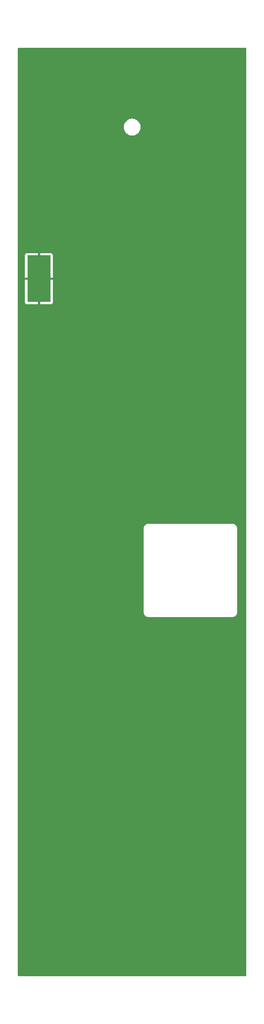
<source format=gbl>
%TF.GenerationSoftware,KiCad,Pcbnew,8.0.5*%
%TF.CreationDate,2024-12-04T18:31:37+01:00*%
%TF.ProjectId,DMH_S_H_Noise_PANEL,444d485f-535f-4485-9f4e-6f6973655f50,rev?*%
%TF.SameCoordinates,Original*%
%TF.FileFunction,Copper,L2,Bot*%
%TF.FilePolarity,Positive*%
%FSLAX46Y46*%
G04 Gerber Fmt 4.6, Leading zero omitted, Abs format (unit mm)*
G04 Created by KiCad (PCBNEW 8.0.5) date 2024-12-04 18:31:37*
%MOMM*%
%LPD*%
G01*
G04 APERTURE LIST*
%TA.AperFunction,ConnectorPad*%
%ADD10C,12.000000*%
%TD*%
%TA.AperFunction,ComponentPad*%
%ADD11O,2.500000X1.500000*%
%TD*%
%TA.AperFunction,ComponentPad*%
%ADD12C,0.500000*%
%TD*%
%TA.AperFunction,ComponentPad*%
%ADD13C,4.000000*%
%TD*%
%TA.AperFunction,ComponentPad*%
%ADD14C,2.900000*%
%TD*%
%TA.AperFunction,ComponentPad*%
%ADD15C,13.000000*%
%TD*%
%TA.AperFunction,SMDPad,CuDef*%
%ADD16R,5.000000X10.000000*%
%TD*%
G04 APERTURE END LIST*
D10*
%TO.P,H7,1,1*%
%TO.N,GND*%
X87500000Y-108250000D03*
D11*
X87500000Y-114250000D03*
%TD*%
D10*
%TO.P,H6,1,1*%
%TO.N,GND*%
X62500000Y-108250000D03*
D11*
X62500000Y-114250000D03*
%TD*%
D10*
%TO.P,H5,1,1*%
%TO.N,GND*%
X75000000Y-71000000D03*
D11*
X75000000Y-77000000D03*
%TD*%
D12*
%TO.P,H10,1,1*%
%TO.N,GND*%
X52800000Y-190250000D03*
X54460000Y-186220000D03*
X54470000Y-194290000D03*
X58500000Y-184550000D03*
D10*
X58500000Y-190250000D03*
D12*
X58500000Y-195950000D03*
X62530000Y-194290000D03*
X62540000Y-186220000D03*
X64200000Y-190250000D03*
%TD*%
D13*
%TO.P,H3,1,1*%
%TO.N,GND*%
X53500000Y-226500000D03*
%TD*%
D12*
%TO.P,H19,1,1*%
%TO.N,GND*%
X69300000Y-190250000D03*
X70960000Y-186220000D03*
X70970000Y-194290000D03*
X75000000Y-184550000D03*
D10*
X75000000Y-190250000D03*
D12*
X75000000Y-195950000D03*
X79030000Y-194290000D03*
X79040000Y-186220000D03*
X80700000Y-190250000D03*
%TD*%
%TO.P,H12,1,1*%
%TO.N,GND*%
X85800000Y-190250000D03*
X87460000Y-186220000D03*
X87470000Y-194290000D03*
X91500000Y-184550000D03*
D10*
X91500000Y-190250000D03*
D12*
X91500000Y-195950000D03*
X95530000Y-194290000D03*
X95540000Y-186220000D03*
X97200000Y-190250000D03*
%TD*%
%TO.P,H8,1,1*%
%TO.N,GND*%
X52800000Y-171750000D03*
X54460000Y-167720000D03*
X54470000Y-175790000D03*
X58500000Y-166050000D03*
D10*
X58500000Y-171750000D03*
D12*
X58500000Y-177450000D03*
X62530000Y-175790000D03*
X62540000Y-167720000D03*
X64200000Y-171750000D03*
%TD*%
D14*
%TO.P,H18,1,1*%
%TO.N,GND*%
X62500000Y-136100000D03*
D15*
X62500000Y-142500000D03*
%TD*%
D12*
%TO.P,H14,1,1*%
%TO.N,GND*%
X52800000Y-208750000D03*
X54460000Y-204720000D03*
X54470000Y-212790000D03*
X58500000Y-203050000D03*
D10*
X58500000Y-208750000D03*
D12*
X58500000Y-214450000D03*
X62530000Y-212790000D03*
X62540000Y-204720000D03*
X64200000Y-208750000D03*
%TD*%
D13*
%TO.P,H2,1,1*%
%TO.N,GND*%
X96500000Y-33500000D03*
%TD*%
%TO.P,H4,1,1*%
%TO.N,GND*%
X96500000Y-226500000D03*
%TD*%
D12*
%TO.P,H13,1,1*%
%TO.N,GND*%
X69300000Y-208750000D03*
X70960000Y-204720000D03*
X70970000Y-212790000D03*
X75000000Y-203050000D03*
D10*
X75000000Y-208750000D03*
D12*
X75000000Y-214450000D03*
X79030000Y-212790000D03*
X79040000Y-204720000D03*
X80700000Y-208750000D03*
%TD*%
D13*
%TO.P,H1,1,1*%
%TO.N,GND*%
X53500000Y-33500000D03*
%TD*%
D12*
%TO.P,H15,1,1*%
%TO.N,GND*%
X85800000Y-208750000D03*
X87460000Y-204720000D03*
X87470000Y-212790000D03*
X91500000Y-203050000D03*
D10*
X91500000Y-208750000D03*
D12*
X91500000Y-214450000D03*
X95530000Y-212790000D03*
X95540000Y-204720000D03*
X97200000Y-208750000D03*
%TD*%
%TO.P,H9,1,1*%
%TO.N,GND*%
X69300000Y-171750000D03*
X70960000Y-167720000D03*
X70970000Y-175790000D03*
X75000000Y-166050000D03*
D10*
X75000000Y-171750000D03*
D12*
X75000000Y-177450000D03*
X79030000Y-175790000D03*
X79040000Y-167720000D03*
X80700000Y-171750000D03*
%TD*%
%TO.P,H11,1,1*%
%TO.N,GND*%
X85800000Y-171750000D03*
X87460000Y-167720000D03*
X87470000Y-175790000D03*
X91500000Y-166050000D03*
D10*
X91500000Y-171750000D03*
D12*
X91500000Y-177450000D03*
X95530000Y-175790000D03*
X95540000Y-167720000D03*
X97200000Y-171750000D03*
%TD*%
D16*
%TO.P,J0,1,Pin_1*%
%TO.N,GND*%
X55000000Y-80000000D03*
%TD*%
%TA.AperFunction,Conductor*%
%TO.N,GND*%
G36*
X99442539Y-30520185D02*
G01*
X99488294Y-30572989D01*
X99499500Y-30624500D01*
X99499500Y-229375500D01*
X99479815Y-229442539D01*
X99427011Y-229488294D01*
X99375500Y-229499500D01*
X50624500Y-229499500D01*
X50557461Y-229479815D01*
X50511706Y-229427011D01*
X50500500Y-229375500D01*
X50500500Y-208749993D01*
X53094630Y-208749993D01*
X53094630Y-208750006D01*
X53114101Y-209208394D01*
X53172381Y-209663513D01*
X53269043Y-210112028D01*
X53403399Y-210550746D01*
X53403401Y-210550751D01*
X53574468Y-210976468D01*
X53574472Y-210976479D01*
X53781026Y-211386154D01*
X53781037Y-211386174D01*
X53901317Y-211581521D01*
X54021599Y-211776871D01*
X54294429Y-212145762D01*
X54597560Y-212490186D01*
X54928809Y-212807662D01*
X55285788Y-213095902D01*
X55665925Y-213352830D01*
X56066482Y-213576595D01*
X56066485Y-213576596D01*
X56066494Y-213576601D01*
X56484566Y-213765581D01*
X56484573Y-213765584D01*
X56917185Y-213918435D01*
X57361201Y-214034048D01*
X57813422Y-214111589D01*
X57954946Y-214123634D01*
X58270571Y-214150499D01*
X58270588Y-214150499D01*
X58270590Y-214150500D01*
X58270591Y-214150500D01*
X58729409Y-214150500D01*
X58729410Y-214150500D01*
X58729411Y-214150499D01*
X58729428Y-214150499D01*
X59001523Y-214127339D01*
X59186578Y-214111589D01*
X59638799Y-214034048D01*
X60082815Y-213918435D01*
X60515427Y-213765584D01*
X60933518Y-213576595D01*
X61334075Y-213352830D01*
X61714212Y-213095902D01*
X62071191Y-212807662D01*
X62402440Y-212490186D01*
X62705571Y-212145762D01*
X62978401Y-211776871D01*
X63218964Y-211386172D01*
X63425527Y-210976479D01*
X63596601Y-210550744D01*
X63730955Y-210112035D01*
X63827619Y-209663512D01*
X63885897Y-209208407D01*
X63905370Y-208750000D01*
X63905370Y-208749993D01*
X69594630Y-208749993D01*
X69594630Y-208750006D01*
X69614101Y-209208394D01*
X69672381Y-209663513D01*
X69769043Y-210112028D01*
X69903399Y-210550746D01*
X69903401Y-210550751D01*
X70074468Y-210976468D01*
X70074472Y-210976479D01*
X70281026Y-211386154D01*
X70281037Y-211386174D01*
X70401317Y-211581521D01*
X70521599Y-211776871D01*
X70794429Y-212145762D01*
X71097560Y-212490186D01*
X71428809Y-212807662D01*
X71785788Y-213095902D01*
X72165925Y-213352830D01*
X72566482Y-213576595D01*
X72566485Y-213576596D01*
X72566494Y-213576601D01*
X72984566Y-213765581D01*
X72984573Y-213765584D01*
X73417185Y-213918435D01*
X73861201Y-214034048D01*
X74313422Y-214111589D01*
X74454946Y-214123634D01*
X74770571Y-214150499D01*
X74770588Y-214150499D01*
X74770590Y-214150500D01*
X74770591Y-214150500D01*
X75229409Y-214150500D01*
X75229410Y-214150500D01*
X75229411Y-214150499D01*
X75229428Y-214150499D01*
X75501523Y-214127339D01*
X75686578Y-214111589D01*
X76138799Y-214034048D01*
X76582815Y-213918435D01*
X77015427Y-213765584D01*
X77433518Y-213576595D01*
X77834075Y-213352830D01*
X78214212Y-213095902D01*
X78571191Y-212807662D01*
X78902440Y-212490186D01*
X79205571Y-212145762D01*
X79478401Y-211776871D01*
X79718964Y-211386172D01*
X79925527Y-210976479D01*
X80096601Y-210550744D01*
X80230955Y-210112035D01*
X80327619Y-209663512D01*
X80385897Y-209208407D01*
X80405370Y-208750000D01*
X80405370Y-208749993D01*
X86094630Y-208749993D01*
X86094630Y-208750006D01*
X86114101Y-209208394D01*
X86172381Y-209663513D01*
X86269043Y-210112028D01*
X86403399Y-210550746D01*
X86403401Y-210550751D01*
X86574468Y-210976468D01*
X86574472Y-210976479D01*
X86781026Y-211386154D01*
X86781037Y-211386174D01*
X86901317Y-211581521D01*
X87021599Y-211776871D01*
X87294429Y-212145762D01*
X87597560Y-212490186D01*
X87928809Y-212807662D01*
X88285788Y-213095902D01*
X88665925Y-213352830D01*
X89066482Y-213576595D01*
X89066485Y-213576596D01*
X89066494Y-213576601D01*
X89484566Y-213765581D01*
X89484573Y-213765584D01*
X89917185Y-213918435D01*
X90361201Y-214034048D01*
X90813422Y-214111589D01*
X90954946Y-214123634D01*
X91270571Y-214150499D01*
X91270588Y-214150499D01*
X91270590Y-214150500D01*
X91270591Y-214150500D01*
X91729409Y-214150500D01*
X91729410Y-214150500D01*
X91729411Y-214150499D01*
X91729428Y-214150499D01*
X92001523Y-214127339D01*
X92186578Y-214111589D01*
X92638799Y-214034048D01*
X93082815Y-213918435D01*
X93515427Y-213765584D01*
X93933518Y-213576595D01*
X94334075Y-213352830D01*
X94714212Y-213095902D01*
X95071191Y-212807662D01*
X95402440Y-212490186D01*
X95705571Y-212145762D01*
X95978401Y-211776871D01*
X96218964Y-211386172D01*
X96425527Y-210976479D01*
X96596601Y-210550744D01*
X96730955Y-210112035D01*
X96827619Y-209663512D01*
X96885897Y-209208407D01*
X96905370Y-208750000D01*
X96885897Y-208291593D01*
X96827619Y-207836488D01*
X96730955Y-207387965D01*
X96596601Y-206949256D01*
X96425527Y-206523521D01*
X96425527Y-206523520D01*
X96218973Y-206113845D01*
X96218962Y-206113825D01*
X96167601Y-206030410D01*
X95978401Y-205723129D01*
X95705571Y-205354238D01*
X95402440Y-205009814D01*
X95071191Y-204692338D01*
X94714212Y-204404098D01*
X94334075Y-204147170D01*
X94311723Y-204134683D01*
X93933526Y-203923409D01*
X93933505Y-203923398D01*
X93515433Y-203734418D01*
X93082810Y-203581563D01*
X92638797Y-203465951D01*
X92186588Y-203388412D01*
X92186562Y-203388409D01*
X91729428Y-203349500D01*
X91729410Y-203349500D01*
X91270590Y-203349500D01*
X91270571Y-203349500D01*
X90813437Y-203388409D01*
X90813411Y-203388412D01*
X90361202Y-203465951D01*
X89917189Y-203581563D01*
X89484566Y-203734418D01*
X89066494Y-203923398D01*
X89066473Y-203923409D01*
X88665933Y-204147165D01*
X88665914Y-204147177D01*
X88285793Y-204404094D01*
X87928806Y-204692340D01*
X87597559Y-205009814D01*
X87294435Y-205354230D01*
X87021598Y-205723130D01*
X86781037Y-206113825D01*
X86781026Y-206113845D01*
X86574472Y-206523520D01*
X86574468Y-206523531D01*
X86403401Y-206949248D01*
X86403399Y-206949253D01*
X86269043Y-207387971D01*
X86172381Y-207836486D01*
X86114101Y-208291605D01*
X86094630Y-208749993D01*
X80405370Y-208749993D01*
X80385897Y-208291593D01*
X80327619Y-207836488D01*
X80230955Y-207387965D01*
X80096601Y-206949256D01*
X79925527Y-206523521D01*
X79925527Y-206523520D01*
X79718973Y-206113845D01*
X79718962Y-206113825D01*
X79667601Y-206030410D01*
X79478401Y-205723129D01*
X79205571Y-205354238D01*
X78902440Y-205009814D01*
X78571191Y-204692338D01*
X78214212Y-204404098D01*
X77834075Y-204147170D01*
X77811723Y-204134683D01*
X77433526Y-203923409D01*
X77433505Y-203923398D01*
X77015433Y-203734418D01*
X76582810Y-203581563D01*
X76138797Y-203465951D01*
X75686588Y-203388412D01*
X75686562Y-203388409D01*
X75229428Y-203349500D01*
X75229410Y-203349500D01*
X74770590Y-203349500D01*
X74770571Y-203349500D01*
X74313437Y-203388409D01*
X74313411Y-203388412D01*
X73861202Y-203465951D01*
X73417189Y-203581563D01*
X72984566Y-203734418D01*
X72566494Y-203923398D01*
X72566473Y-203923409D01*
X72165933Y-204147165D01*
X72165914Y-204147177D01*
X71785793Y-204404094D01*
X71428806Y-204692340D01*
X71097559Y-205009814D01*
X70794435Y-205354230D01*
X70521598Y-205723130D01*
X70281037Y-206113825D01*
X70281026Y-206113845D01*
X70074472Y-206523520D01*
X70074468Y-206523531D01*
X69903401Y-206949248D01*
X69903399Y-206949253D01*
X69769043Y-207387971D01*
X69672381Y-207836486D01*
X69614101Y-208291605D01*
X69594630Y-208749993D01*
X63905370Y-208749993D01*
X63885897Y-208291593D01*
X63827619Y-207836488D01*
X63730955Y-207387965D01*
X63596601Y-206949256D01*
X63425527Y-206523521D01*
X63425527Y-206523520D01*
X63218973Y-206113845D01*
X63218962Y-206113825D01*
X63167601Y-206030410D01*
X62978401Y-205723129D01*
X62705571Y-205354238D01*
X62402440Y-205009814D01*
X62071191Y-204692338D01*
X61714212Y-204404098D01*
X61334075Y-204147170D01*
X61311723Y-204134683D01*
X60933526Y-203923409D01*
X60933505Y-203923398D01*
X60515433Y-203734418D01*
X60082810Y-203581563D01*
X59638797Y-203465951D01*
X59186588Y-203388412D01*
X59186562Y-203388409D01*
X58729428Y-203349500D01*
X58729410Y-203349500D01*
X58270590Y-203349500D01*
X58270571Y-203349500D01*
X57813437Y-203388409D01*
X57813411Y-203388412D01*
X57361202Y-203465951D01*
X56917189Y-203581563D01*
X56484566Y-203734418D01*
X56066494Y-203923398D01*
X56066473Y-203923409D01*
X55665933Y-204147165D01*
X55665914Y-204147177D01*
X55285793Y-204404094D01*
X54928806Y-204692340D01*
X54597559Y-205009814D01*
X54294435Y-205354230D01*
X54021598Y-205723130D01*
X53781037Y-206113825D01*
X53781026Y-206113845D01*
X53574472Y-206523520D01*
X53574468Y-206523531D01*
X53403401Y-206949248D01*
X53403399Y-206949253D01*
X53269043Y-207387971D01*
X53172381Y-207836486D01*
X53114101Y-208291605D01*
X53094630Y-208749993D01*
X50500500Y-208749993D01*
X50500500Y-190249993D01*
X53094630Y-190249993D01*
X53094630Y-190250006D01*
X53114101Y-190708394D01*
X53172381Y-191163513D01*
X53269043Y-191612028D01*
X53403399Y-192050746D01*
X53403401Y-192050751D01*
X53574468Y-192476468D01*
X53574472Y-192476479D01*
X53781026Y-192886154D01*
X53781037Y-192886174D01*
X53901317Y-193081521D01*
X54021599Y-193276871D01*
X54294429Y-193645762D01*
X54597560Y-193990186D01*
X54928809Y-194307662D01*
X55285788Y-194595902D01*
X55665925Y-194852830D01*
X56066482Y-195076595D01*
X56066485Y-195076596D01*
X56066494Y-195076601D01*
X56484566Y-195265581D01*
X56484573Y-195265584D01*
X56917185Y-195418435D01*
X57361201Y-195534048D01*
X57813422Y-195611589D01*
X57954946Y-195623634D01*
X58270571Y-195650499D01*
X58270588Y-195650499D01*
X58270590Y-195650500D01*
X58270591Y-195650500D01*
X58729409Y-195650500D01*
X58729410Y-195650500D01*
X58729411Y-195650499D01*
X58729428Y-195650499D01*
X59001523Y-195627339D01*
X59186578Y-195611589D01*
X59638799Y-195534048D01*
X60082815Y-195418435D01*
X60515427Y-195265584D01*
X60933518Y-195076595D01*
X61334075Y-194852830D01*
X61714212Y-194595902D01*
X62071191Y-194307662D01*
X62402440Y-193990186D01*
X62705571Y-193645762D01*
X62978401Y-193276871D01*
X63218964Y-192886172D01*
X63425527Y-192476479D01*
X63596601Y-192050744D01*
X63730955Y-191612035D01*
X63827619Y-191163512D01*
X63885897Y-190708407D01*
X63905370Y-190250000D01*
X63905370Y-190249993D01*
X69594630Y-190249993D01*
X69594630Y-190250006D01*
X69614101Y-190708394D01*
X69672381Y-191163513D01*
X69769043Y-191612028D01*
X69903399Y-192050746D01*
X69903401Y-192050751D01*
X70074468Y-192476468D01*
X70074472Y-192476479D01*
X70281026Y-192886154D01*
X70281037Y-192886174D01*
X70401317Y-193081521D01*
X70521599Y-193276871D01*
X70794429Y-193645762D01*
X71097560Y-193990186D01*
X71428809Y-194307662D01*
X71785788Y-194595902D01*
X72165925Y-194852830D01*
X72566482Y-195076595D01*
X72566485Y-195076596D01*
X72566494Y-195076601D01*
X72984566Y-195265581D01*
X72984573Y-195265584D01*
X73417185Y-195418435D01*
X73861201Y-195534048D01*
X74313422Y-195611589D01*
X74454946Y-195623634D01*
X74770571Y-195650499D01*
X74770588Y-195650499D01*
X74770590Y-195650500D01*
X74770591Y-195650500D01*
X75229409Y-195650500D01*
X75229410Y-195650500D01*
X75229411Y-195650499D01*
X75229428Y-195650499D01*
X75501523Y-195627339D01*
X75686578Y-195611589D01*
X76138799Y-195534048D01*
X76582815Y-195418435D01*
X77015427Y-195265584D01*
X77433518Y-195076595D01*
X77834075Y-194852830D01*
X78214212Y-194595902D01*
X78571191Y-194307662D01*
X78902440Y-193990186D01*
X79205571Y-193645762D01*
X79478401Y-193276871D01*
X79718964Y-192886172D01*
X79925527Y-192476479D01*
X80096601Y-192050744D01*
X80230955Y-191612035D01*
X80327619Y-191163512D01*
X80385897Y-190708407D01*
X80405370Y-190250000D01*
X80405370Y-190249993D01*
X86094630Y-190249993D01*
X86094630Y-190250006D01*
X86114101Y-190708394D01*
X86172381Y-191163513D01*
X86269043Y-191612028D01*
X86403399Y-192050746D01*
X86403401Y-192050751D01*
X86574468Y-192476468D01*
X86574472Y-192476479D01*
X86781026Y-192886154D01*
X86781037Y-192886174D01*
X86901317Y-193081521D01*
X87021599Y-193276871D01*
X87294429Y-193645762D01*
X87597560Y-193990186D01*
X87928809Y-194307662D01*
X88285788Y-194595902D01*
X88665925Y-194852830D01*
X89066482Y-195076595D01*
X89066485Y-195076596D01*
X89066494Y-195076601D01*
X89484566Y-195265581D01*
X89484573Y-195265584D01*
X89917185Y-195418435D01*
X90361201Y-195534048D01*
X90813422Y-195611589D01*
X90954946Y-195623634D01*
X91270571Y-195650499D01*
X91270588Y-195650499D01*
X91270590Y-195650500D01*
X91270591Y-195650500D01*
X91729409Y-195650500D01*
X91729410Y-195650500D01*
X91729411Y-195650499D01*
X91729428Y-195650499D01*
X92001523Y-195627339D01*
X92186578Y-195611589D01*
X92638799Y-195534048D01*
X93082815Y-195418435D01*
X93515427Y-195265584D01*
X93933518Y-195076595D01*
X94334075Y-194852830D01*
X94714212Y-194595902D01*
X95071191Y-194307662D01*
X95402440Y-193990186D01*
X95705571Y-193645762D01*
X95978401Y-193276871D01*
X96218964Y-192886172D01*
X96425527Y-192476479D01*
X96596601Y-192050744D01*
X96730955Y-191612035D01*
X96827619Y-191163512D01*
X96885897Y-190708407D01*
X96905370Y-190250000D01*
X96885897Y-189791593D01*
X96827619Y-189336488D01*
X96730955Y-188887965D01*
X96596601Y-188449256D01*
X96425527Y-188023521D01*
X96425527Y-188023520D01*
X96218973Y-187613845D01*
X96218962Y-187613825D01*
X96167601Y-187530410D01*
X95978401Y-187223129D01*
X95705571Y-186854238D01*
X95402440Y-186509814D01*
X95071191Y-186192338D01*
X94714212Y-185904098D01*
X94334075Y-185647170D01*
X94311723Y-185634683D01*
X93933526Y-185423409D01*
X93933505Y-185423398D01*
X93515433Y-185234418D01*
X93082810Y-185081563D01*
X92638797Y-184965951D01*
X92186588Y-184888412D01*
X92186562Y-184888409D01*
X91729428Y-184849500D01*
X91729410Y-184849500D01*
X91270590Y-184849500D01*
X91270571Y-184849500D01*
X90813437Y-184888409D01*
X90813411Y-184888412D01*
X90361202Y-184965951D01*
X89917189Y-185081563D01*
X89484566Y-185234418D01*
X89066494Y-185423398D01*
X89066473Y-185423409D01*
X88665933Y-185647165D01*
X88665914Y-185647177D01*
X88285793Y-185904094D01*
X87928806Y-186192340D01*
X87597559Y-186509814D01*
X87294435Y-186854230D01*
X87021598Y-187223130D01*
X86781037Y-187613825D01*
X86781026Y-187613845D01*
X86574472Y-188023520D01*
X86574468Y-188023531D01*
X86403401Y-188449248D01*
X86403399Y-188449253D01*
X86269043Y-188887971D01*
X86172381Y-189336486D01*
X86114101Y-189791605D01*
X86094630Y-190249993D01*
X80405370Y-190249993D01*
X80385897Y-189791593D01*
X80327619Y-189336488D01*
X80230955Y-188887965D01*
X80096601Y-188449256D01*
X79925527Y-188023521D01*
X79925527Y-188023520D01*
X79718973Y-187613845D01*
X79718962Y-187613825D01*
X79667601Y-187530410D01*
X79478401Y-187223129D01*
X79205571Y-186854238D01*
X78902440Y-186509814D01*
X78571191Y-186192338D01*
X78214212Y-185904098D01*
X77834075Y-185647170D01*
X77811723Y-185634683D01*
X77433526Y-185423409D01*
X77433505Y-185423398D01*
X77015433Y-185234418D01*
X76582810Y-185081563D01*
X76138797Y-184965951D01*
X75686588Y-184888412D01*
X75686562Y-184888409D01*
X75229428Y-184849500D01*
X75229410Y-184849500D01*
X74770590Y-184849500D01*
X74770571Y-184849500D01*
X74313437Y-184888409D01*
X74313411Y-184888412D01*
X73861202Y-184965951D01*
X73417189Y-185081563D01*
X72984566Y-185234418D01*
X72566494Y-185423398D01*
X72566473Y-185423409D01*
X72165933Y-185647165D01*
X72165914Y-185647177D01*
X71785793Y-185904094D01*
X71428806Y-186192340D01*
X71097559Y-186509814D01*
X70794435Y-186854230D01*
X70521598Y-187223130D01*
X70281037Y-187613825D01*
X70281026Y-187613845D01*
X70074472Y-188023520D01*
X70074468Y-188023531D01*
X69903401Y-188449248D01*
X69903399Y-188449253D01*
X69769043Y-188887971D01*
X69672381Y-189336486D01*
X69614101Y-189791605D01*
X69594630Y-190249993D01*
X63905370Y-190249993D01*
X63885897Y-189791593D01*
X63827619Y-189336488D01*
X63730955Y-188887965D01*
X63596601Y-188449256D01*
X63425527Y-188023521D01*
X63425527Y-188023520D01*
X63218973Y-187613845D01*
X63218962Y-187613825D01*
X63167601Y-187530410D01*
X62978401Y-187223129D01*
X62705571Y-186854238D01*
X62402440Y-186509814D01*
X62071191Y-186192338D01*
X61714212Y-185904098D01*
X61334075Y-185647170D01*
X61311723Y-185634683D01*
X60933526Y-185423409D01*
X60933505Y-185423398D01*
X60515433Y-185234418D01*
X60082810Y-185081563D01*
X59638797Y-184965951D01*
X59186588Y-184888412D01*
X59186562Y-184888409D01*
X58729428Y-184849500D01*
X58729410Y-184849500D01*
X58270590Y-184849500D01*
X58270571Y-184849500D01*
X57813437Y-184888409D01*
X57813411Y-184888412D01*
X57361202Y-184965951D01*
X56917189Y-185081563D01*
X56484566Y-185234418D01*
X56066494Y-185423398D01*
X56066473Y-185423409D01*
X55665933Y-185647165D01*
X55665914Y-185647177D01*
X55285793Y-185904094D01*
X54928806Y-186192340D01*
X54597559Y-186509814D01*
X54294435Y-186854230D01*
X54021598Y-187223130D01*
X53781037Y-187613825D01*
X53781026Y-187613845D01*
X53574472Y-188023520D01*
X53574468Y-188023531D01*
X53403401Y-188449248D01*
X53403399Y-188449253D01*
X53269043Y-188887971D01*
X53172381Y-189336486D01*
X53114101Y-189791605D01*
X53094630Y-190249993D01*
X50500500Y-190249993D01*
X50500500Y-171749993D01*
X53094630Y-171749993D01*
X53094630Y-171750006D01*
X53114101Y-172208394D01*
X53172381Y-172663513D01*
X53269043Y-173112028D01*
X53403399Y-173550746D01*
X53403401Y-173550751D01*
X53574468Y-173976468D01*
X53574472Y-173976479D01*
X53781026Y-174386154D01*
X53781037Y-174386174D01*
X53901317Y-174581521D01*
X54021599Y-174776871D01*
X54294429Y-175145762D01*
X54597560Y-175490186D01*
X54928809Y-175807662D01*
X55285788Y-176095902D01*
X55665925Y-176352830D01*
X56066482Y-176576595D01*
X56066485Y-176576596D01*
X56066494Y-176576601D01*
X56484566Y-176765581D01*
X56484573Y-176765584D01*
X56917185Y-176918435D01*
X57361201Y-177034048D01*
X57813422Y-177111589D01*
X57954946Y-177123634D01*
X58270571Y-177150499D01*
X58270588Y-177150499D01*
X58270590Y-177150500D01*
X58270591Y-177150500D01*
X58729409Y-177150500D01*
X58729410Y-177150500D01*
X58729411Y-177150499D01*
X58729428Y-177150499D01*
X59001523Y-177127339D01*
X59186578Y-177111589D01*
X59638799Y-177034048D01*
X60082815Y-176918435D01*
X60515427Y-176765584D01*
X60933518Y-176576595D01*
X61334075Y-176352830D01*
X61714212Y-176095902D01*
X62071191Y-175807662D01*
X62402440Y-175490186D01*
X62705571Y-175145762D01*
X62978401Y-174776871D01*
X63218964Y-174386172D01*
X63425527Y-173976479D01*
X63596601Y-173550744D01*
X63730955Y-173112035D01*
X63827619Y-172663512D01*
X63885897Y-172208407D01*
X63905370Y-171750000D01*
X63905370Y-171749993D01*
X69594630Y-171749993D01*
X69594630Y-171750006D01*
X69614101Y-172208394D01*
X69672381Y-172663513D01*
X69769043Y-173112028D01*
X69903399Y-173550746D01*
X69903401Y-173550751D01*
X70074468Y-173976468D01*
X70074472Y-173976479D01*
X70281026Y-174386154D01*
X70281037Y-174386174D01*
X70401317Y-174581521D01*
X70521599Y-174776871D01*
X70794429Y-175145762D01*
X71097560Y-175490186D01*
X71428809Y-175807662D01*
X71785788Y-176095902D01*
X72165925Y-176352830D01*
X72566482Y-176576595D01*
X72566485Y-176576596D01*
X72566494Y-176576601D01*
X72984566Y-176765581D01*
X72984573Y-176765584D01*
X73417185Y-176918435D01*
X73861201Y-177034048D01*
X74313422Y-177111589D01*
X74454946Y-177123634D01*
X74770571Y-177150499D01*
X74770588Y-177150499D01*
X74770590Y-177150500D01*
X74770591Y-177150500D01*
X75229409Y-177150500D01*
X75229410Y-177150500D01*
X75229411Y-177150499D01*
X75229428Y-177150499D01*
X75501523Y-177127339D01*
X75686578Y-177111589D01*
X76138799Y-177034048D01*
X76582815Y-176918435D01*
X77015427Y-176765584D01*
X77433518Y-176576595D01*
X77834075Y-176352830D01*
X78214212Y-176095902D01*
X78571191Y-175807662D01*
X78902440Y-175490186D01*
X79205571Y-175145762D01*
X79478401Y-174776871D01*
X79718964Y-174386172D01*
X79925527Y-173976479D01*
X80096601Y-173550744D01*
X80230955Y-173112035D01*
X80327619Y-172663512D01*
X80385897Y-172208407D01*
X80405370Y-171750000D01*
X80405370Y-171749993D01*
X86094630Y-171749993D01*
X86094630Y-171750006D01*
X86114101Y-172208394D01*
X86172381Y-172663513D01*
X86269043Y-173112028D01*
X86403399Y-173550746D01*
X86403401Y-173550751D01*
X86574468Y-173976468D01*
X86574472Y-173976479D01*
X86781026Y-174386154D01*
X86781037Y-174386174D01*
X86901317Y-174581521D01*
X87021599Y-174776871D01*
X87294429Y-175145762D01*
X87597560Y-175490186D01*
X87928809Y-175807662D01*
X88285788Y-176095902D01*
X88665925Y-176352830D01*
X89066482Y-176576595D01*
X89066485Y-176576596D01*
X89066494Y-176576601D01*
X89484566Y-176765581D01*
X89484573Y-176765584D01*
X89917185Y-176918435D01*
X90361201Y-177034048D01*
X90813422Y-177111589D01*
X90954946Y-177123634D01*
X91270571Y-177150499D01*
X91270588Y-177150499D01*
X91270590Y-177150500D01*
X91270591Y-177150500D01*
X91729409Y-177150500D01*
X91729410Y-177150500D01*
X91729411Y-177150499D01*
X91729428Y-177150499D01*
X92001523Y-177127339D01*
X92186578Y-177111589D01*
X92638799Y-177034048D01*
X93082815Y-176918435D01*
X93515427Y-176765584D01*
X93933518Y-176576595D01*
X94334075Y-176352830D01*
X94714212Y-176095902D01*
X95071191Y-175807662D01*
X95402440Y-175490186D01*
X95705571Y-175145762D01*
X95978401Y-174776871D01*
X96218964Y-174386172D01*
X96425527Y-173976479D01*
X96596601Y-173550744D01*
X96730955Y-173112035D01*
X96827619Y-172663512D01*
X96885897Y-172208407D01*
X96905370Y-171750000D01*
X96885897Y-171291593D01*
X96827619Y-170836488D01*
X96730955Y-170387965D01*
X96596601Y-169949256D01*
X96425527Y-169523521D01*
X96425527Y-169523520D01*
X96218973Y-169113845D01*
X96218962Y-169113825D01*
X96167601Y-169030410D01*
X95978401Y-168723129D01*
X95705571Y-168354238D01*
X95402440Y-168009814D01*
X95071191Y-167692338D01*
X94714212Y-167404098D01*
X94334075Y-167147170D01*
X94311723Y-167134683D01*
X93933526Y-166923409D01*
X93933505Y-166923398D01*
X93515433Y-166734418D01*
X93082810Y-166581563D01*
X92638797Y-166465951D01*
X92186588Y-166388412D01*
X92186562Y-166388409D01*
X91729428Y-166349500D01*
X91729410Y-166349500D01*
X91270590Y-166349500D01*
X91270571Y-166349500D01*
X90813437Y-166388409D01*
X90813411Y-166388412D01*
X90361202Y-166465951D01*
X89917189Y-166581563D01*
X89484566Y-166734418D01*
X89066494Y-166923398D01*
X89066473Y-166923409D01*
X88665933Y-167147165D01*
X88665914Y-167147177D01*
X88285793Y-167404094D01*
X87928806Y-167692340D01*
X87597559Y-168009814D01*
X87294435Y-168354230D01*
X87021598Y-168723130D01*
X86781037Y-169113825D01*
X86781026Y-169113845D01*
X86574472Y-169523520D01*
X86574468Y-169523531D01*
X86403401Y-169949248D01*
X86403399Y-169949253D01*
X86269043Y-170387971D01*
X86172381Y-170836486D01*
X86114101Y-171291605D01*
X86094630Y-171749993D01*
X80405370Y-171749993D01*
X80385897Y-171291593D01*
X80327619Y-170836488D01*
X80230955Y-170387965D01*
X80096601Y-169949256D01*
X79925527Y-169523521D01*
X79925527Y-169523520D01*
X79718973Y-169113845D01*
X79718962Y-169113825D01*
X79667601Y-169030410D01*
X79478401Y-168723129D01*
X79205571Y-168354238D01*
X78902440Y-168009814D01*
X78571191Y-167692338D01*
X78214212Y-167404098D01*
X77834075Y-167147170D01*
X77811723Y-167134683D01*
X77433526Y-166923409D01*
X77433505Y-166923398D01*
X77015433Y-166734418D01*
X76582810Y-166581563D01*
X76138797Y-166465951D01*
X75686588Y-166388412D01*
X75686562Y-166388409D01*
X75229428Y-166349500D01*
X75229410Y-166349500D01*
X74770590Y-166349500D01*
X74770571Y-166349500D01*
X74313437Y-166388409D01*
X74313411Y-166388412D01*
X73861202Y-166465951D01*
X73417189Y-166581563D01*
X72984566Y-166734418D01*
X72566494Y-166923398D01*
X72566473Y-166923409D01*
X72165933Y-167147165D01*
X72165914Y-167147177D01*
X71785793Y-167404094D01*
X71428806Y-167692340D01*
X71097559Y-168009814D01*
X70794435Y-168354230D01*
X70521598Y-168723130D01*
X70281037Y-169113825D01*
X70281026Y-169113845D01*
X70074472Y-169523520D01*
X70074468Y-169523531D01*
X69903401Y-169949248D01*
X69903399Y-169949253D01*
X69769043Y-170387971D01*
X69672381Y-170836486D01*
X69614101Y-171291605D01*
X69594630Y-171749993D01*
X63905370Y-171749993D01*
X63885897Y-171291593D01*
X63827619Y-170836488D01*
X63730955Y-170387965D01*
X63596601Y-169949256D01*
X63425527Y-169523521D01*
X63425527Y-169523520D01*
X63218973Y-169113845D01*
X63218962Y-169113825D01*
X63167601Y-169030410D01*
X62978401Y-168723129D01*
X62705571Y-168354238D01*
X62402440Y-168009814D01*
X62071191Y-167692338D01*
X61714212Y-167404098D01*
X61334075Y-167147170D01*
X61311723Y-167134683D01*
X60933526Y-166923409D01*
X60933505Y-166923398D01*
X60515433Y-166734418D01*
X60082810Y-166581563D01*
X59638797Y-166465951D01*
X59186588Y-166388412D01*
X59186562Y-166388409D01*
X58729428Y-166349500D01*
X58729410Y-166349500D01*
X58270590Y-166349500D01*
X58270571Y-166349500D01*
X57813437Y-166388409D01*
X57813411Y-166388412D01*
X57361202Y-166465951D01*
X56917189Y-166581563D01*
X56484566Y-166734418D01*
X56066494Y-166923398D01*
X56066473Y-166923409D01*
X55665933Y-167147165D01*
X55665914Y-167147177D01*
X55285793Y-167404094D01*
X54928806Y-167692340D01*
X54597559Y-168009814D01*
X54294435Y-168354230D01*
X54021598Y-168723130D01*
X53781037Y-169113825D01*
X53781026Y-169113845D01*
X53574472Y-169523520D01*
X53574468Y-169523531D01*
X53403401Y-169949248D01*
X53403399Y-169949253D01*
X53269043Y-170387971D01*
X53172381Y-170836486D01*
X53114101Y-171291605D01*
X53094630Y-171749993D01*
X50500500Y-171749993D01*
X50500500Y-133412465D01*
X77499500Y-133412465D01*
X77499500Y-151587534D01*
X77529898Y-151759937D01*
X77589775Y-151924446D01*
X77677309Y-152076057D01*
X77789836Y-152210163D01*
X77923942Y-152322690D01*
X77923943Y-152322691D01*
X77923945Y-152322692D01*
X78075555Y-152410225D01*
X78240062Y-152470101D01*
X78412468Y-152500500D01*
X78412472Y-152500500D01*
X96587528Y-152500500D01*
X96587532Y-152500500D01*
X96759938Y-152470101D01*
X96924445Y-152410225D01*
X97076055Y-152322692D01*
X97210163Y-152210163D01*
X97322692Y-152076055D01*
X97410225Y-151924445D01*
X97470101Y-151759938D01*
X97500500Y-151587532D01*
X97500500Y-151500000D01*
X97500500Y-151434108D01*
X97500500Y-133434108D01*
X97500500Y-133412468D01*
X97470101Y-133240062D01*
X97410225Y-133075555D01*
X97322692Y-132923945D01*
X97322691Y-132923943D01*
X97322690Y-132923942D01*
X97210163Y-132789836D01*
X97076057Y-132677309D01*
X96924446Y-132589775D01*
X96759937Y-132529898D01*
X96587534Y-132499500D01*
X96587532Y-132499500D01*
X96565892Y-132499500D01*
X78565892Y-132499500D01*
X78500000Y-132499500D01*
X78412468Y-132499500D01*
X78412465Y-132499500D01*
X78240062Y-132529898D01*
X78075553Y-132589775D01*
X77923942Y-132677309D01*
X77789836Y-132789836D01*
X77677309Y-132923942D01*
X77589775Y-133075553D01*
X77529898Y-133240062D01*
X77499500Y-133412465D01*
X50500500Y-133412465D01*
X50500500Y-108250000D01*
X58494675Y-108250000D01*
X58513962Y-108642591D01*
X58513962Y-108642597D01*
X58513963Y-108642599D01*
X58571637Y-109031406D01*
X58667143Y-109412684D01*
X58799561Y-109782770D01*
X58799562Y-109782772D01*
X58967620Y-110138100D01*
X59169692Y-110475236D01*
X59403846Y-110790956D01*
X59667807Y-111082192D01*
X59959043Y-111346153D01*
X59959049Y-111346158D01*
X60274761Y-111580306D01*
X60274763Y-111580307D01*
X60611899Y-111782379D01*
X60611902Y-111782380D01*
X60611903Y-111782381D01*
X60967228Y-111950438D01*
X61337316Y-112082857D01*
X61718600Y-112178364D01*
X62107409Y-112236038D01*
X62500000Y-112255325D01*
X62892591Y-112236038D01*
X63281400Y-112178364D01*
X63662684Y-112082857D01*
X64032772Y-111950438D01*
X64388097Y-111782381D01*
X64725239Y-111580306D01*
X65040951Y-111346158D01*
X65332192Y-111082192D01*
X65596158Y-110790951D01*
X65830306Y-110475239D01*
X66032381Y-110138097D01*
X66200438Y-109782772D01*
X66332857Y-109412684D01*
X66428364Y-109031400D01*
X66486038Y-108642591D01*
X66505325Y-108250000D01*
X83494675Y-108250000D01*
X83513962Y-108642591D01*
X83513962Y-108642597D01*
X83513963Y-108642599D01*
X83571637Y-109031406D01*
X83667143Y-109412684D01*
X83799561Y-109782770D01*
X83799562Y-109782772D01*
X83967620Y-110138100D01*
X84169692Y-110475236D01*
X84403846Y-110790956D01*
X84667807Y-111082192D01*
X84959043Y-111346153D01*
X84959049Y-111346158D01*
X85274761Y-111580306D01*
X85274763Y-111580307D01*
X85611899Y-111782379D01*
X85611902Y-111782380D01*
X85611903Y-111782381D01*
X85967228Y-111950438D01*
X86337316Y-112082857D01*
X86718600Y-112178364D01*
X87107409Y-112236038D01*
X87500000Y-112255325D01*
X87892591Y-112236038D01*
X88281400Y-112178364D01*
X88662684Y-112082857D01*
X89032772Y-111950438D01*
X89388097Y-111782381D01*
X89725239Y-111580306D01*
X90040951Y-111346158D01*
X90332192Y-111082192D01*
X90596158Y-110790951D01*
X90830306Y-110475239D01*
X91032381Y-110138097D01*
X91200438Y-109782772D01*
X91332857Y-109412684D01*
X91428364Y-109031400D01*
X91486038Y-108642591D01*
X91505325Y-108250000D01*
X91486038Y-107857409D01*
X91428364Y-107468600D01*
X91332857Y-107087316D01*
X91200438Y-106717228D01*
X91032381Y-106361903D01*
X90830306Y-106024761D01*
X90596158Y-105709049D01*
X90596153Y-105709043D01*
X90332192Y-105417807D01*
X90040956Y-105153846D01*
X89725236Y-104919692D01*
X89388100Y-104717620D01*
X89032772Y-104549562D01*
X89032770Y-104549561D01*
X88662684Y-104417143D01*
X88281406Y-104321637D01*
X88281401Y-104321636D01*
X88281400Y-104321636D01*
X88137256Y-104300254D01*
X87892599Y-104263963D01*
X87892597Y-104263962D01*
X87892591Y-104263962D01*
X87500000Y-104244675D01*
X87107409Y-104263962D01*
X87107403Y-104263962D01*
X87107400Y-104263963D01*
X86718593Y-104321637D01*
X86337315Y-104417143D01*
X85967229Y-104549561D01*
X85967227Y-104549562D01*
X85611899Y-104717620D01*
X85274763Y-104919692D01*
X84959043Y-105153846D01*
X84667807Y-105417807D01*
X84403846Y-105709043D01*
X84169692Y-106024763D01*
X83967620Y-106361899D01*
X83799562Y-106717227D01*
X83799561Y-106717229D01*
X83667143Y-107087315D01*
X83571637Y-107468593D01*
X83571636Y-107468600D01*
X83513962Y-107857409D01*
X83494675Y-108250000D01*
X66505325Y-108250000D01*
X66486038Y-107857409D01*
X66428364Y-107468600D01*
X66332857Y-107087316D01*
X66200438Y-106717228D01*
X66032381Y-106361903D01*
X65830306Y-106024761D01*
X65596158Y-105709049D01*
X65596153Y-105709043D01*
X65332192Y-105417807D01*
X65040956Y-105153846D01*
X64725236Y-104919692D01*
X64388100Y-104717620D01*
X64032772Y-104549562D01*
X64032770Y-104549561D01*
X63662684Y-104417143D01*
X63281406Y-104321637D01*
X63281401Y-104321636D01*
X63281400Y-104321636D01*
X63137256Y-104300254D01*
X62892599Y-104263963D01*
X62892597Y-104263962D01*
X62892591Y-104263962D01*
X62500000Y-104244675D01*
X62107409Y-104263962D01*
X62107403Y-104263962D01*
X62107400Y-104263963D01*
X61718593Y-104321637D01*
X61337315Y-104417143D01*
X60967229Y-104549561D01*
X60967227Y-104549562D01*
X60611899Y-104717620D01*
X60274763Y-104919692D01*
X59959043Y-105153846D01*
X59667807Y-105417807D01*
X59403846Y-105709043D01*
X59169692Y-106024763D01*
X58967620Y-106361899D01*
X58799562Y-106717227D01*
X58799561Y-106717229D01*
X58667143Y-107087315D01*
X58571637Y-107468593D01*
X58571636Y-107468600D01*
X58513962Y-107857409D01*
X58494675Y-108250000D01*
X50500500Y-108250000D01*
X50500500Y-85047844D01*
X52000000Y-85047844D01*
X52006401Y-85107372D01*
X52006403Y-85107379D01*
X52056645Y-85242086D01*
X52056649Y-85242093D01*
X52142809Y-85357187D01*
X52142812Y-85357190D01*
X52257906Y-85443350D01*
X52257913Y-85443354D01*
X52392620Y-85493596D01*
X52392627Y-85493598D01*
X52452155Y-85499999D01*
X52452172Y-85500000D01*
X54750000Y-85500000D01*
X55250000Y-85500000D01*
X57547828Y-85500000D01*
X57547844Y-85499999D01*
X57607372Y-85493598D01*
X57607379Y-85493596D01*
X57742086Y-85443354D01*
X57742093Y-85443350D01*
X57857187Y-85357190D01*
X57857190Y-85357187D01*
X57943350Y-85242093D01*
X57943354Y-85242086D01*
X57993596Y-85107379D01*
X57993598Y-85107372D01*
X57999999Y-85047844D01*
X58000000Y-85047827D01*
X58000000Y-80250000D01*
X55250000Y-80250000D01*
X55250000Y-85500000D01*
X54750000Y-85500000D01*
X54750000Y-80250000D01*
X52000000Y-80250000D01*
X52000000Y-85047844D01*
X50500500Y-85047844D01*
X50500500Y-74952155D01*
X52000000Y-74952155D01*
X52000000Y-79750000D01*
X54750000Y-79750000D01*
X55250000Y-79750000D01*
X58000000Y-79750000D01*
X58000000Y-74952172D01*
X57999999Y-74952155D01*
X57993598Y-74892627D01*
X57993596Y-74892620D01*
X57943354Y-74757913D01*
X57943350Y-74757906D01*
X57857190Y-74642812D01*
X57857187Y-74642809D01*
X57742093Y-74556649D01*
X57742086Y-74556645D01*
X57607379Y-74506403D01*
X57607372Y-74506401D01*
X57547844Y-74500000D01*
X55250000Y-74500000D01*
X55250000Y-79750000D01*
X54750000Y-79750000D01*
X54750000Y-74500000D01*
X52452155Y-74500000D01*
X52392627Y-74506401D01*
X52392620Y-74506403D01*
X52257913Y-74556645D01*
X52257906Y-74556649D01*
X52142812Y-74642809D01*
X52142809Y-74642812D01*
X52056649Y-74757906D01*
X52056645Y-74757913D01*
X52006403Y-74892620D01*
X52006401Y-74892627D01*
X52000000Y-74952155D01*
X50500500Y-74952155D01*
X50500500Y-71000000D01*
X70994675Y-71000000D01*
X71013962Y-71392591D01*
X71013962Y-71392597D01*
X71013963Y-71392599D01*
X71071637Y-71781406D01*
X71167143Y-72162684D01*
X71299561Y-72532770D01*
X71299562Y-72532772D01*
X71467620Y-72888100D01*
X71669692Y-73225236D01*
X71903846Y-73540956D01*
X72167807Y-73832192D01*
X72459043Y-74096153D01*
X72459049Y-74096158D01*
X72774761Y-74330306D01*
X72774763Y-74330307D01*
X73111899Y-74532379D01*
X73111902Y-74532380D01*
X73111903Y-74532381D01*
X73467228Y-74700438D01*
X73837316Y-74832857D01*
X74218600Y-74928364D01*
X74607409Y-74986038D01*
X75000000Y-75005325D01*
X75392591Y-74986038D01*
X75781400Y-74928364D01*
X76162684Y-74832857D01*
X76532772Y-74700438D01*
X76888097Y-74532381D01*
X77225239Y-74330306D01*
X77540951Y-74096158D01*
X77832192Y-73832192D01*
X78096158Y-73540951D01*
X78330306Y-73225239D01*
X78532381Y-72888097D01*
X78700438Y-72532772D01*
X78832857Y-72162684D01*
X78928364Y-71781400D01*
X78986038Y-71392591D01*
X79005325Y-71000000D01*
X78986038Y-70607409D01*
X78928364Y-70218600D01*
X78832857Y-69837316D01*
X78700438Y-69467228D01*
X78532381Y-69111903D01*
X78330306Y-68774761D01*
X78096158Y-68459049D01*
X78096153Y-68459043D01*
X77832192Y-68167807D01*
X77540956Y-67903846D01*
X77225236Y-67669692D01*
X76888100Y-67467620D01*
X76532772Y-67299562D01*
X76532770Y-67299561D01*
X76162684Y-67167143D01*
X75781406Y-67071637D01*
X75781401Y-67071636D01*
X75781400Y-67071636D01*
X75637256Y-67050254D01*
X75392599Y-67013963D01*
X75392597Y-67013962D01*
X75392591Y-67013962D01*
X75000000Y-66994675D01*
X74607409Y-67013962D01*
X74607403Y-67013962D01*
X74607400Y-67013963D01*
X74218593Y-67071637D01*
X73837315Y-67167143D01*
X73467229Y-67299561D01*
X73467227Y-67299562D01*
X73111899Y-67467620D01*
X72774763Y-67669692D01*
X72459043Y-67903846D01*
X72167807Y-68167807D01*
X71903846Y-68459043D01*
X71669692Y-68774763D01*
X71467620Y-69111899D01*
X71299562Y-69467227D01*
X71299561Y-69467229D01*
X71167143Y-69837315D01*
X71071637Y-70218593D01*
X71071636Y-70218600D01*
X71013962Y-70607409D01*
X70994675Y-71000000D01*
X50500500Y-71000000D01*
X50500500Y-47381995D01*
X73199500Y-47381995D01*
X73199500Y-47618004D01*
X73199501Y-47618020D01*
X73230306Y-47852010D01*
X73291394Y-48079993D01*
X73381714Y-48298045D01*
X73381719Y-48298056D01*
X73452677Y-48420957D01*
X73499727Y-48502450D01*
X73499729Y-48502453D01*
X73499730Y-48502454D01*
X73643406Y-48689697D01*
X73643412Y-48689704D01*
X73810295Y-48856587D01*
X73810301Y-48856592D01*
X73997550Y-49000273D01*
X74128918Y-49076118D01*
X74201943Y-49118280D01*
X74201948Y-49118282D01*
X74201951Y-49118284D01*
X74420007Y-49208606D01*
X74647986Y-49269693D01*
X74881989Y-49300500D01*
X74881996Y-49300500D01*
X75118004Y-49300500D01*
X75118011Y-49300500D01*
X75352014Y-49269693D01*
X75579993Y-49208606D01*
X75798049Y-49118284D01*
X76002450Y-49000273D01*
X76189699Y-48856592D01*
X76356592Y-48689699D01*
X76500273Y-48502450D01*
X76618284Y-48298049D01*
X76708606Y-48079993D01*
X76769693Y-47852014D01*
X76800500Y-47618011D01*
X76800500Y-47381989D01*
X76769693Y-47147986D01*
X76708606Y-46920007D01*
X76618284Y-46701951D01*
X76618282Y-46701948D01*
X76618280Y-46701943D01*
X76576118Y-46628918D01*
X76500273Y-46497550D01*
X76356592Y-46310301D01*
X76356587Y-46310295D01*
X76189704Y-46143412D01*
X76189697Y-46143406D01*
X76002454Y-45999730D01*
X76002453Y-45999729D01*
X76002450Y-45999727D01*
X75920957Y-45952677D01*
X75798056Y-45881719D01*
X75798045Y-45881714D01*
X75579993Y-45791394D01*
X75352010Y-45730306D01*
X75118020Y-45699501D01*
X75118017Y-45699500D01*
X75118011Y-45699500D01*
X74881989Y-45699500D01*
X74881983Y-45699500D01*
X74881979Y-45699501D01*
X74647989Y-45730306D01*
X74420006Y-45791394D01*
X74201954Y-45881714D01*
X74201943Y-45881719D01*
X73997545Y-45999730D01*
X73810302Y-46143406D01*
X73810295Y-46143412D01*
X73643412Y-46310295D01*
X73643406Y-46310302D01*
X73499730Y-46497545D01*
X73381719Y-46701943D01*
X73381714Y-46701954D01*
X73291394Y-46920006D01*
X73230306Y-47147989D01*
X73199501Y-47381979D01*
X73199500Y-47381995D01*
X50500500Y-47381995D01*
X50500500Y-30624500D01*
X50520185Y-30557461D01*
X50572989Y-30511706D01*
X50624500Y-30500500D01*
X99375500Y-30500500D01*
X99442539Y-30520185D01*
G37*
%TD.AperFunction*%
%TD*%
M02*

</source>
